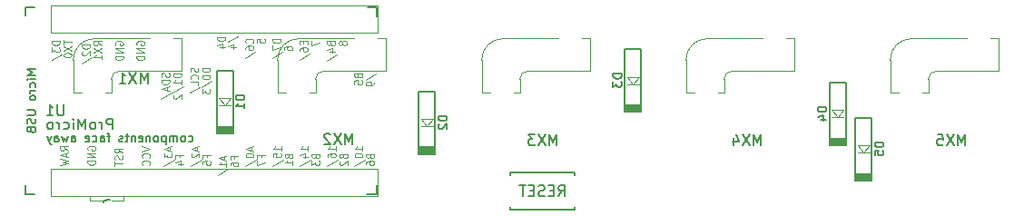
<source format=gbo>
%TF.GenerationSoftware,KiCad,Pcbnew,(5.99.0-12610-g07e01e6297)*%
%TF.CreationDate,2021-11-08T11:22:45+00:00*%
%TF.ProjectId,piccolo-mini,70696363-6f6c-46f2-9d6d-696e692e6b69,rev?*%
%TF.SameCoordinates,Original*%
%TF.FileFunction,Legend,Bot*%
%TF.FilePolarity,Positive*%
%FSLAX46Y46*%
G04 Gerber Fmt 4.6, Leading zero omitted, Abs format (unit mm)*
G04 Created by KiCad (PCBNEW (5.99.0-12610-g07e01e6297)) date 2021-11-08 11:22:45*
%MOMM*%
%LPD*%
G01*
G04 APERTURE LIST*
%ADD10C,0.150000*%
%ADD11C,0.125000*%
%ADD12C,0.153000*%
%ADD13C,0.120000*%
G04 APERTURE END LIST*
D10*
%TO.C,D1*%
X153972404Y-87757123D02*
X153172404Y-87757123D01*
X153172404Y-87947600D01*
X153210500Y-88061885D01*
X153286690Y-88138076D01*
X153362880Y-88176171D01*
X153515261Y-88214266D01*
X153629547Y-88214266D01*
X153781928Y-88176171D01*
X153858119Y-88138076D01*
X153934309Y-88061885D01*
X153972404Y-87947600D01*
X153972404Y-87757123D01*
X153972404Y-88976171D02*
X153972404Y-88519028D01*
X153972404Y-88747600D02*
X153172404Y-88747600D01*
X153286690Y-88671409D01*
X153362880Y-88595219D01*
X153400976Y-88519028D01*
%TO.C,D2*%
X172862404Y-89697123D02*
X172062404Y-89697123D01*
X172062404Y-89887600D01*
X172100500Y-90001885D01*
X172176690Y-90078076D01*
X172252880Y-90116171D01*
X172405261Y-90154266D01*
X172519547Y-90154266D01*
X172671928Y-90116171D01*
X172748119Y-90078076D01*
X172824309Y-90001885D01*
X172862404Y-89887600D01*
X172862404Y-89697123D01*
X172138595Y-90459028D02*
X172100500Y-90497123D01*
X172062404Y-90573314D01*
X172062404Y-90763790D01*
X172100500Y-90839980D01*
X172138595Y-90878076D01*
X172214785Y-90916171D01*
X172290976Y-90916171D01*
X172405261Y-90878076D01*
X172862404Y-90420933D01*
X172862404Y-90916171D01*
%TO.C,D3*%
X189162404Y-85757123D02*
X188362404Y-85757123D01*
X188362404Y-85947600D01*
X188400500Y-86061885D01*
X188476690Y-86138076D01*
X188552880Y-86176171D01*
X188705261Y-86214266D01*
X188819547Y-86214266D01*
X188971928Y-86176171D01*
X189048119Y-86138076D01*
X189124309Y-86061885D01*
X189162404Y-85947600D01*
X189162404Y-85757123D01*
X188362404Y-86480933D02*
X188362404Y-86976171D01*
X188667166Y-86709504D01*
X188667166Y-86823790D01*
X188705261Y-86899980D01*
X188743357Y-86938076D01*
X188819547Y-86976171D01*
X189010023Y-86976171D01*
X189086214Y-86938076D01*
X189124309Y-86899980D01*
X189162404Y-86823790D01*
X189162404Y-86595219D01*
X189124309Y-86519028D01*
X189086214Y-86480933D01*
%TO.C,D4*%
X208262404Y-88857123D02*
X207462404Y-88857123D01*
X207462404Y-89047600D01*
X207500500Y-89161885D01*
X207576690Y-89238076D01*
X207652880Y-89276171D01*
X207805261Y-89314266D01*
X207919547Y-89314266D01*
X208071928Y-89276171D01*
X208148119Y-89238076D01*
X208224309Y-89161885D01*
X208262404Y-89047600D01*
X208262404Y-88857123D01*
X207729071Y-89999980D02*
X208262404Y-89999980D01*
X207424309Y-89809504D02*
X207995738Y-89619028D01*
X207995738Y-90114266D01*
%TO.C,D5*%
X213562404Y-92157123D02*
X212762404Y-92157123D01*
X212762404Y-92347600D01*
X212800500Y-92461885D01*
X212876690Y-92538076D01*
X212952880Y-92576171D01*
X213105261Y-92614266D01*
X213219547Y-92614266D01*
X213371928Y-92576171D01*
X213448119Y-92538076D01*
X213524309Y-92461885D01*
X213562404Y-92347600D01*
X213562404Y-92157123D01*
X212762404Y-93338076D02*
X212762404Y-92957123D01*
X213143357Y-92919028D01*
X213105261Y-92957123D01*
X213067166Y-93033314D01*
X213067166Y-93223790D01*
X213105261Y-93299980D01*
X213143357Y-93338076D01*
X213219547Y-93376171D01*
X213410023Y-93376171D01*
X213486214Y-93338076D01*
X213524309Y-93299980D01*
X213562404Y-93223790D01*
X213562404Y-93033314D01*
X213524309Y-92957123D01*
X213486214Y-92919028D01*
%TO.C,MX1*%
X144936214Y-86625380D02*
X144936214Y-85625380D01*
X144602880Y-86339666D01*
X144269547Y-85625380D01*
X144269547Y-86625380D01*
X143888595Y-85625380D02*
X143221928Y-86625380D01*
X143221928Y-85625380D02*
X143888595Y-86625380D01*
X142317166Y-86625380D02*
X142888595Y-86625380D01*
X142602880Y-86625380D02*
X142602880Y-85625380D01*
X142698119Y-85768238D01*
X142793357Y-85863476D01*
X142888595Y-85911095D01*
%TO.C,MX2*%
X164036214Y-92325380D02*
X164036214Y-91325380D01*
X163702880Y-92039666D01*
X163369547Y-91325380D01*
X163369547Y-92325380D01*
X162988595Y-91325380D02*
X162321928Y-92325380D01*
X162321928Y-91325380D02*
X162988595Y-92325380D01*
X161988595Y-91420619D02*
X161940976Y-91373000D01*
X161845738Y-91325380D01*
X161607642Y-91325380D01*
X161512404Y-91373000D01*
X161464785Y-91420619D01*
X161417166Y-91515857D01*
X161417166Y-91611095D01*
X161464785Y-91753952D01*
X162036214Y-92325380D01*
X161417166Y-92325380D01*
%TO.C,MX4*%
X202136214Y-92425380D02*
X202136214Y-91425380D01*
X201802880Y-92139666D01*
X201469547Y-91425380D01*
X201469547Y-92425380D01*
X201088595Y-91425380D02*
X200421928Y-92425380D01*
X200421928Y-91425380D02*
X201088595Y-92425380D01*
X199612404Y-91758714D02*
X199612404Y-92425380D01*
X199850500Y-91377761D02*
X200088595Y-92092047D01*
X199469547Y-92092047D01*
%TO.C,MX5*%
X221186214Y-92425380D02*
X221186214Y-91425380D01*
X220852880Y-92139666D01*
X220519547Y-91425380D01*
X220519547Y-92425380D01*
X220138595Y-91425380D02*
X219471928Y-92425380D01*
X219471928Y-91425380D02*
X220138595Y-92425380D01*
X218614785Y-91425380D02*
X219090976Y-91425380D01*
X219138595Y-91901571D01*
X219090976Y-91853952D01*
X218995738Y-91806333D01*
X218757642Y-91806333D01*
X218662404Y-91853952D01*
X218614785Y-91901571D01*
X218567166Y-91996809D01*
X218567166Y-92234904D01*
X218614785Y-92330142D01*
X218662404Y-92377761D01*
X218757642Y-92425380D01*
X218995738Y-92425380D01*
X219090976Y-92377761D01*
X219138595Y-92330142D01*
%TO.C,MX3*%
X183086214Y-92425380D02*
X183086214Y-91425380D01*
X182752880Y-92139666D01*
X182419547Y-91425380D01*
X182419547Y-92425380D01*
X182038595Y-91425380D02*
X181371928Y-92425380D01*
X181371928Y-91425380D02*
X182038595Y-92425380D01*
X181086214Y-91425380D02*
X180467166Y-91425380D01*
X180800500Y-91806333D01*
X180657642Y-91806333D01*
X180562404Y-91853952D01*
X180514785Y-91901571D01*
X180467166Y-91996809D01*
X180467166Y-92234904D01*
X180514785Y-92330142D01*
X180562404Y-92377761D01*
X180657642Y-92425380D01*
X180943357Y-92425380D01*
X181038595Y-92377761D01*
X181086214Y-92330142D01*
%TO.C,U1*%
X137112404Y-88625380D02*
X137112404Y-89434904D01*
X137064785Y-89530142D01*
X137017166Y-89577761D01*
X136921928Y-89625380D01*
X136731452Y-89625380D01*
X136636214Y-89577761D01*
X136588595Y-89530142D01*
X136540976Y-89434904D01*
X136540976Y-88625380D01*
X135540976Y-89625380D02*
X136112404Y-89625380D01*
X135826690Y-89625380D02*
X135826690Y-88625380D01*
X135921928Y-88768238D01*
X136017166Y-88863476D01*
X136112404Y-88911095D01*
X141674309Y-90925380D02*
X141674309Y-89925380D01*
X141293357Y-89925380D01*
X141198119Y-89973000D01*
X141150500Y-90020619D01*
X141102880Y-90115857D01*
X141102880Y-90258714D01*
X141150500Y-90353952D01*
X141198119Y-90401571D01*
X141293357Y-90449190D01*
X141674309Y-90449190D01*
X140674309Y-90925380D02*
X140674309Y-90258714D01*
X140674309Y-90449190D02*
X140626690Y-90353952D01*
X140579071Y-90306333D01*
X140483833Y-90258714D01*
X140388595Y-90258714D01*
X139912404Y-90925380D02*
X140007642Y-90877761D01*
X140055261Y-90830142D01*
X140102880Y-90734904D01*
X140102880Y-90449190D01*
X140055261Y-90353952D01*
X140007642Y-90306333D01*
X139912404Y-90258714D01*
X139769547Y-90258714D01*
X139674309Y-90306333D01*
X139626690Y-90353952D01*
X139579071Y-90449190D01*
X139579071Y-90734904D01*
X139626690Y-90830142D01*
X139674309Y-90877761D01*
X139769547Y-90925380D01*
X139912404Y-90925380D01*
X139150500Y-90925380D02*
X139150500Y-89925380D01*
X138817166Y-90639666D01*
X138483833Y-89925380D01*
X138483833Y-90925380D01*
X138007642Y-90925380D02*
X138007642Y-90258714D01*
X138007642Y-89925380D02*
X138055261Y-89973000D01*
X138007642Y-90020619D01*
X137960023Y-89973000D01*
X138007642Y-89925380D01*
X138007642Y-90020619D01*
X137102880Y-90877761D02*
X137198119Y-90925380D01*
X137388595Y-90925380D01*
X137483833Y-90877761D01*
X137531452Y-90830142D01*
X137579071Y-90734904D01*
X137579071Y-90449190D01*
X137531452Y-90353952D01*
X137483833Y-90306333D01*
X137388595Y-90258714D01*
X137198119Y-90258714D01*
X137102880Y-90306333D01*
X136674309Y-90925380D02*
X136674309Y-90258714D01*
X136674309Y-90449190D02*
X136626690Y-90353952D01*
X136579071Y-90306333D01*
X136483833Y-90258714D01*
X136388595Y-90258714D01*
X135912404Y-90925380D02*
X136007642Y-90877761D01*
X136055261Y-90830142D01*
X136102880Y-90734904D01*
X136102880Y-90449190D01*
X136055261Y-90353952D01*
X136007642Y-90306333D01*
X135912404Y-90258714D01*
X135769547Y-90258714D01*
X135674309Y-90306333D01*
X135626690Y-90353952D01*
X135579071Y-90449190D01*
X135579071Y-90734904D01*
X135626690Y-90830142D01*
X135674309Y-90877761D01*
X135769547Y-90925380D01*
X135912404Y-90925380D01*
D11*
X137102285Y-82606659D02*
X137102285Y-82989516D01*
X137852285Y-82798088D02*
X137102285Y-82798088D01*
X137102285Y-83149040D02*
X137852285Y-83595707D01*
X137102285Y-83595707D02*
X137852285Y-83149040D01*
X137102285Y-83978564D02*
X137102285Y-84042373D01*
X137138000Y-84106183D01*
X137173714Y-84138088D01*
X137245142Y-84169992D01*
X137388000Y-84201897D01*
X137566571Y-84201897D01*
X137709428Y-84169992D01*
X137780857Y-84138088D01*
X137816571Y-84106183D01*
X137852285Y-84042373D01*
X137852285Y-83978564D01*
X137816571Y-83914754D01*
X137780857Y-83882850D01*
X137709428Y-83850945D01*
X137566571Y-83819040D01*
X137388000Y-83819040D01*
X137245142Y-83850945D01*
X137173714Y-83882850D01*
X137138000Y-83914754D01*
X137102285Y-83978564D01*
X155529928Y-93553326D02*
X155529928Y-93329992D01*
X155922785Y-93329992D02*
X155172785Y-93329992D01*
X155172785Y-93649040D01*
X155172785Y-93840469D02*
X155172785Y-94287135D01*
X155922785Y-93999992D01*
X149540500Y-92596183D02*
X149540500Y-92915230D01*
X149754785Y-92532373D02*
X149004785Y-92755707D01*
X149754785Y-92979040D01*
X149076214Y-93170469D02*
X149040500Y-93202373D01*
X149004785Y-93266183D01*
X149004785Y-93425707D01*
X149040500Y-93489516D01*
X149076214Y-93521421D01*
X149147642Y-93553326D01*
X149219071Y-93553326D01*
X149326214Y-93521421D01*
X149754785Y-93138564D01*
X149754785Y-93553326D01*
X148969071Y-94319040D02*
X149933357Y-93744754D01*
X152075500Y-93455083D02*
X152075500Y-93774130D01*
X152289785Y-93391273D02*
X151539785Y-93614607D01*
X152289785Y-93837940D01*
X152289785Y-94412226D02*
X152289785Y-94029369D01*
X152289785Y-94220797D02*
X151539785Y-94220797D01*
X151646928Y-94156988D01*
X151718357Y-94093178D01*
X151754071Y-94029369D01*
X151504071Y-95177940D02*
X152468357Y-94603654D01*
X152189785Y-82313773D02*
X151439785Y-82313773D01*
X151439785Y-82473297D01*
X151475500Y-82569011D01*
X151546928Y-82632821D01*
X151618357Y-82664726D01*
X151761214Y-82696630D01*
X151868357Y-82696630D01*
X152011214Y-82664726D01*
X152082642Y-82632821D01*
X152154071Y-82569011D01*
X152189785Y-82473297D01*
X152189785Y-82313773D01*
X151689785Y-83270916D02*
X152189785Y-83270916D01*
X151404071Y-83111392D02*
X151939785Y-82951869D01*
X151939785Y-83366630D01*
X141938000Y-83064726D02*
X141902285Y-83000916D01*
X141902285Y-82905202D01*
X141938000Y-82809488D01*
X142009428Y-82745678D01*
X142080857Y-82713773D01*
X142223714Y-82681869D01*
X142330857Y-82681869D01*
X142473714Y-82713773D01*
X142545142Y-82745678D01*
X142616571Y-82809488D01*
X142652285Y-82905202D01*
X142652285Y-82969011D01*
X142616571Y-83064726D01*
X142580857Y-83096630D01*
X142330857Y-83096630D01*
X142330857Y-82969011D01*
X142652285Y-83383773D02*
X141902285Y-83383773D01*
X142652285Y-83766630D01*
X141902285Y-83766630D01*
X142652285Y-84085678D02*
X141902285Y-84085678D01*
X141902285Y-84245202D01*
X141938000Y-84340916D01*
X142009428Y-84404726D01*
X142080857Y-84436630D01*
X142223714Y-84468535D01*
X142330857Y-84468535D01*
X142473714Y-84436630D01*
X142545142Y-84404726D01*
X142616571Y-84340916D01*
X142652285Y-84245202D01*
X142652285Y-84085678D01*
X160609928Y-93457611D02*
X160645642Y-93553326D01*
X160681357Y-93585230D01*
X160752785Y-93617135D01*
X160859928Y-93617135D01*
X160931357Y-93585230D01*
X160967071Y-93553326D01*
X161002785Y-93489516D01*
X161002785Y-93234278D01*
X160252785Y-93234278D01*
X160252785Y-93457611D01*
X160288500Y-93521421D01*
X160324214Y-93553326D01*
X160395642Y-93585230D01*
X160467071Y-93585230D01*
X160538500Y-93553326D01*
X160574214Y-93521421D01*
X160609928Y-93457611D01*
X160609928Y-93234278D01*
X160252785Y-93840469D02*
X160252785Y-94255230D01*
X160538500Y-94031897D01*
X160538500Y-94127611D01*
X160574214Y-94191421D01*
X160609928Y-94223326D01*
X160681357Y-94255230D01*
X160859928Y-94255230D01*
X160931357Y-94223326D01*
X160967071Y-94191421D01*
X161002785Y-94127611D01*
X161002785Y-93936183D01*
X160967071Y-93872373D01*
X160931357Y-93840469D01*
X148089785Y-85713773D02*
X147339785Y-85713773D01*
X147339785Y-85873297D01*
X147375500Y-85969011D01*
X147446928Y-86032821D01*
X147518357Y-86064726D01*
X147661214Y-86096630D01*
X147768357Y-86096630D01*
X147911214Y-86064726D01*
X147982642Y-86032821D01*
X148054071Y-85969011D01*
X148089785Y-85873297D01*
X148089785Y-85713773D01*
X148089785Y-86734726D02*
X148089785Y-86351869D01*
X148089785Y-86543297D02*
X147339785Y-86543297D01*
X147446928Y-86479488D01*
X147518357Y-86415678D01*
X147554071Y-86351869D01*
X147304071Y-87500440D02*
X148268357Y-86926154D01*
X147411214Y-87691869D02*
X147375500Y-87723773D01*
X147339785Y-87787583D01*
X147339785Y-87947107D01*
X147375500Y-88010916D01*
X147411214Y-88042821D01*
X147482642Y-88074726D01*
X147554071Y-88074726D01*
X147661214Y-88042821D01*
X148089785Y-87659964D01*
X148089785Y-88074726D01*
X154733357Y-82885230D02*
X154769071Y-82853326D01*
X154804785Y-82757611D01*
X154804785Y-82693802D01*
X154769071Y-82598088D01*
X154697642Y-82534278D01*
X154626214Y-82502373D01*
X154483357Y-82470469D01*
X154376214Y-82470469D01*
X154233357Y-82502373D01*
X154161928Y-82534278D01*
X154090500Y-82598088D01*
X154054785Y-82693802D01*
X154054785Y-82757611D01*
X154090500Y-82853326D01*
X154126214Y-82885230D01*
X154054785Y-83459516D02*
X154054785Y-83331897D01*
X154090500Y-83268088D01*
X154126214Y-83236183D01*
X154233357Y-83172373D01*
X154376214Y-83140469D01*
X154661928Y-83140469D01*
X154733357Y-83172373D01*
X154769071Y-83204278D01*
X154804785Y-83268088D01*
X154804785Y-83395707D01*
X154769071Y-83459516D01*
X154733357Y-83491421D01*
X154661928Y-83523326D01*
X154483357Y-83523326D01*
X154411928Y-83491421D01*
X154376214Y-83459516D01*
X154340500Y-83395707D01*
X154340500Y-83268088D01*
X154376214Y-83204278D01*
X154411928Y-83172373D01*
X154483357Y-83140469D01*
X154019071Y-84289040D02*
X154983357Y-83714754D01*
X164994785Y-92915230D02*
X164994785Y-92532373D01*
X164994785Y-92723802D02*
X164244785Y-92723802D01*
X164351928Y-92659992D01*
X164423357Y-92596183D01*
X164459071Y-92532373D01*
X164244785Y-93329992D02*
X164244785Y-93393802D01*
X164280500Y-93457611D01*
X164316214Y-93489516D01*
X164387642Y-93521421D01*
X164530500Y-93553326D01*
X164709071Y-93553326D01*
X164851928Y-93521421D01*
X164923357Y-93489516D01*
X164959071Y-93457611D01*
X164994785Y-93393802D01*
X164994785Y-93329992D01*
X164959071Y-93266183D01*
X164923357Y-93234278D01*
X164851928Y-93202373D01*
X164709071Y-93170469D01*
X164530500Y-93170469D01*
X164387642Y-93202373D01*
X164316214Y-93234278D01*
X164280500Y-93266183D01*
X164244785Y-93329992D01*
X164209071Y-94319040D02*
X165173357Y-93744754D01*
X152404071Y-82792345D02*
X153368357Y-82218059D01*
X152689785Y-83302821D02*
X153189785Y-83302821D01*
X152404071Y-83143297D02*
X152939785Y-82983773D01*
X152939785Y-83398535D01*
X150764785Y-85213773D02*
X150014785Y-85213773D01*
X150014785Y-85373297D01*
X150050500Y-85469011D01*
X150121928Y-85532821D01*
X150193357Y-85564726D01*
X150336214Y-85596630D01*
X150443357Y-85596630D01*
X150586214Y-85564726D01*
X150657642Y-85532821D01*
X150729071Y-85469011D01*
X150764785Y-85373297D01*
X150764785Y-85213773D01*
X150014785Y-86011392D02*
X150014785Y-86075202D01*
X150050500Y-86139011D01*
X150086214Y-86170916D01*
X150157642Y-86202821D01*
X150300500Y-86234726D01*
X150479071Y-86234726D01*
X150621928Y-86202821D01*
X150693357Y-86170916D01*
X150729071Y-86139011D01*
X150764785Y-86075202D01*
X150764785Y-86011392D01*
X150729071Y-85947583D01*
X150693357Y-85915678D01*
X150621928Y-85883773D01*
X150479071Y-85851869D01*
X150300500Y-85851869D01*
X150157642Y-85883773D01*
X150086214Y-85915678D01*
X150050500Y-85947583D01*
X150014785Y-86011392D01*
X149979071Y-87000440D02*
X150943357Y-86426154D01*
X150014785Y-87159964D02*
X150014785Y-87574726D01*
X150300500Y-87351392D01*
X150300500Y-87447107D01*
X150336214Y-87510916D01*
X150371928Y-87542821D01*
X150443357Y-87574726D01*
X150621928Y-87574726D01*
X150693357Y-87542821D01*
X150729071Y-87510916D01*
X150764785Y-87447107D01*
X150764785Y-87255678D01*
X150729071Y-87191869D01*
X150693357Y-87159964D01*
X139564785Y-83013773D02*
X138814785Y-83013773D01*
X138814785Y-83173297D01*
X138850500Y-83269011D01*
X138921928Y-83332821D01*
X138993357Y-83364726D01*
X139136214Y-83396630D01*
X139243357Y-83396630D01*
X139386214Y-83364726D01*
X139457642Y-83332821D01*
X139529071Y-83269011D01*
X139564785Y-83173297D01*
X139564785Y-83013773D01*
X138886214Y-83651869D02*
X138850500Y-83683773D01*
X138814785Y-83747583D01*
X138814785Y-83907107D01*
X138850500Y-83970916D01*
X138886214Y-84002821D01*
X138957642Y-84034726D01*
X139029071Y-84034726D01*
X139136214Y-84002821D01*
X139564785Y-83619964D01*
X139564785Y-84034726D01*
X138779071Y-84800440D02*
X139743357Y-84226154D01*
X152996928Y-93662226D02*
X152996928Y-93438892D01*
X153389785Y-93438892D02*
X152639785Y-93438892D01*
X152639785Y-93757940D01*
X152639785Y-94300321D02*
X152639785Y-94172702D01*
X152675500Y-94108892D01*
X152711214Y-94076988D01*
X152818357Y-94013178D01*
X152961214Y-93981273D01*
X153246928Y-93981273D01*
X153318357Y-94013178D01*
X153354071Y-94045083D01*
X153389785Y-94108892D01*
X153389785Y-94236511D01*
X153354071Y-94300321D01*
X153318357Y-94332226D01*
X153246928Y-94364130D01*
X153068357Y-94364130D01*
X152996928Y-94332226D01*
X152961214Y-94300321D01*
X152925500Y-94236511D01*
X152925500Y-94108892D01*
X152961214Y-94045083D01*
X152996928Y-94013178D01*
X153068357Y-93981273D01*
X136752285Y-82702373D02*
X136002285Y-82702373D01*
X136002285Y-82861897D01*
X136038000Y-82957611D01*
X136109428Y-83021421D01*
X136180857Y-83053326D01*
X136323714Y-83085230D01*
X136430857Y-83085230D01*
X136573714Y-83053326D01*
X136645142Y-83021421D01*
X136716571Y-82957611D01*
X136752285Y-82861897D01*
X136752285Y-82702373D01*
X136002285Y-83308564D02*
X136002285Y-83723326D01*
X136288000Y-83499992D01*
X136288000Y-83595707D01*
X136323714Y-83659516D01*
X136359428Y-83691421D01*
X136430857Y-83723326D01*
X136609428Y-83723326D01*
X136680857Y-83691421D01*
X136716571Y-83659516D01*
X136752285Y-83595707D01*
X136752285Y-83404278D01*
X136716571Y-83340469D01*
X136680857Y-83308564D01*
X135966571Y-84489040D02*
X136930857Y-83914754D01*
X142616785Y-93106659D02*
X142259642Y-92883326D01*
X142616785Y-92723802D02*
X141866785Y-92723802D01*
X141866785Y-92979040D01*
X141902500Y-93042850D01*
X141938214Y-93074754D01*
X142009642Y-93106659D01*
X142116785Y-93106659D01*
X142188214Y-93074754D01*
X142223928Y-93042850D01*
X142259642Y-92979040D01*
X142259642Y-92723802D01*
X142581071Y-93361897D02*
X142616785Y-93457611D01*
X142616785Y-93617135D01*
X142581071Y-93680945D01*
X142545357Y-93712850D01*
X142473928Y-93744754D01*
X142402500Y-93744754D01*
X142331071Y-93712850D01*
X142295357Y-93680945D01*
X142259642Y-93617135D01*
X142223928Y-93489516D01*
X142188214Y-93425707D01*
X142152500Y-93393802D01*
X142081071Y-93361897D01*
X142009642Y-93361897D01*
X141938214Y-93393802D01*
X141902500Y-93425707D01*
X141866785Y-93489516D01*
X141866785Y-93649040D01*
X141902500Y-93744754D01*
X141866785Y-93936183D02*
X141866785Y-94319040D01*
X142616785Y-94127611D02*
X141866785Y-94127611D01*
X159496928Y-82713773D02*
X159496928Y-82937107D01*
X159889785Y-83032821D02*
X159889785Y-82713773D01*
X159139785Y-82713773D01*
X159139785Y-83032821D01*
X159139785Y-83607107D02*
X159139785Y-83479488D01*
X159175500Y-83415678D01*
X159211214Y-83383773D01*
X159318357Y-83319964D01*
X159461214Y-83288059D01*
X159746928Y-83288059D01*
X159818357Y-83319964D01*
X159854071Y-83351869D01*
X159889785Y-83415678D01*
X159889785Y-83543297D01*
X159854071Y-83607107D01*
X159818357Y-83639011D01*
X159746928Y-83670916D01*
X159568357Y-83670916D01*
X159496928Y-83639011D01*
X159461214Y-83607107D01*
X159425500Y-83543297D01*
X159425500Y-83415678D01*
X159461214Y-83351869D01*
X159496928Y-83319964D01*
X159568357Y-83288059D01*
X159104071Y-84436630D02*
X160068357Y-83862345D01*
X139362500Y-92851421D02*
X139326785Y-92787611D01*
X139326785Y-92691897D01*
X139362500Y-92596183D01*
X139433928Y-92532373D01*
X139505357Y-92500469D01*
X139648214Y-92468564D01*
X139755357Y-92468564D01*
X139898214Y-92500469D01*
X139969642Y-92532373D01*
X140041071Y-92596183D01*
X140076785Y-92691897D01*
X140076785Y-92755707D01*
X140041071Y-92851421D01*
X140005357Y-92883326D01*
X139755357Y-92883326D01*
X139755357Y-92755707D01*
X140076785Y-93170469D02*
X139326785Y-93170469D01*
X140076785Y-93553326D01*
X139326785Y-93553326D01*
X140076785Y-93872373D02*
X139326785Y-93872373D01*
X139326785Y-94031897D01*
X139362500Y-94127611D01*
X139433928Y-94191421D01*
X139505357Y-94223326D01*
X139648214Y-94255230D01*
X139755357Y-94255230D01*
X139898214Y-94223326D01*
X139969642Y-94191421D01*
X140041071Y-94127611D01*
X140076785Y-94031897D01*
X140076785Y-93872373D01*
X149629071Y-85181869D02*
X149664785Y-85277583D01*
X149664785Y-85437107D01*
X149629071Y-85500916D01*
X149593357Y-85532821D01*
X149521928Y-85564726D01*
X149450500Y-85564726D01*
X149379071Y-85532821D01*
X149343357Y-85500916D01*
X149307642Y-85437107D01*
X149271928Y-85309488D01*
X149236214Y-85245678D01*
X149200500Y-85213773D01*
X149129071Y-85181869D01*
X149057642Y-85181869D01*
X148986214Y-85213773D01*
X148950500Y-85245678D01*
X148914785Y-85309488D01*
X148914785Y-85469011D01*
X148950500Y-85564726D01*
X149593357Y-86234726D02*
X149629071Y-86202821D01*
X149664785Y-86107107D01*
X149664785Y-86043297D01*
X149629071Y-85947583D01*
X149557642Y-85883773D01*
X149486214Y-85851869D01*
X149343357Y-85819964D01*
X149236214Y-85819964D01*
X149093357Y-85851869D01*
X149021928Y-85883773D01*
X148950500Y-85947583D01*
X148914785Y-86043297D01*
X148914785Y-86107107D01*
X148950500Y-86202821D01*
X148986214Y-86234726D01*
X149664785Y-86840916D02*
X149664785Y-86521869D01*
X148914785Y-86521869D01*
X148879071Y-87542821D02*
X149843357Y-86968535D01*
X150449928Y-93553326D02*
X150449928Y-93329992D01*
X150842785Y-93329992D02*
X150092785Y-93329992D01*
X150092785Y-93649040D01*
X150092785Y-94223326D02*
X150092785Y-93904278D01*
X150449928Y-93872373D01*
X150414214Y-93904278D01*
X150378500Y-93968088D01*
X150378500Y-94127611D01*
X150414214Y-94191421D01*
X150449928Y-94223326D01*
X150521357Y-94255230D01*
X150699928Y-94255230D01*
X150771357Y-94223326D01*
X150807071Y-94191421D01*
X150842785Y-94127611D01*
X150842785Y-93968088D01*
X150807071Y-93904278D01*
X150771357Y-93872373D01*
X157382785Y-92915230D02*
X157382785Y-92532373D01*
X157382785Y-92723802D02*
X156632785Y-92723802D01*
X156739928Y-92659992D01*
X156811357Y-92596183D01*
X156847071Y-92532373D01*
X156632785Y-93521421D02*
X156632785Y-93202373D01*
X156989928Y-93170469D01*
X156954214Y-93202373D01*
X156918500Y-93266183D01*
X156918500Y-93425707D01*
X156954214Y-93489516D01*
X156989928Y-93521421D01*
X157061357Y-93553326D01*
X157239928Y-93553326D01*
X157311357Y-93521421D01*
X157347071Y-93489516D01*
X157382785Y-93425707D01*
X157382785Y-93266183D01*
X157347071Y-93202373D01*
X157311357Y-93170469D01*
X156597071Y-94319040D02*
X157561357Y-93744754D01*
X157344785Y-82502373D02*
X156594785Y-82502373D01*
X156594785Y-82661897D01*
X156630500Y-82757611D01*
X156701928Y-82821421D01*
X156773357Y-82853326D01*
X156916214Y-82885230D01*
X157023357Y-82885230D01*
X157166214Y-82853326D01*
X157237642Y-82821421D01*
X157309071Y-82757611D01*
X157344785Y-82661897D01*
X157344785Y-82502373D01*
X156594785Y-83108564D02*
X156594785Y-83555230D01*
X157344785Y-83268088D01*
X156559071Y-84289040D02*
X157523357Y-83714754D01*
X140652785Y-83096630D02*
X140295642Y-82873297D01*
X140652785Y-82713773D02*
X139902785Y-82713773D01*
X139902785Y-82969011D01*
X139938500Y-83032821D01*
X139974214Y-83064726D01*
X140045642Y-83096630D01*
X140152785Y-83096630D01*
X140224214Y-83064726D01*
X140259928Y-83032821D01*
X140295642Y-82969011D01*
X140295642Y-82713773D01*
X139902785Y-83319964D02*
X140652785Y-83766630D01*
X139902785Y-83766630D02*
X140652785Y-83319964D01*
X140652785Y-84372821D02*
X140652785Y-83989964D01*
X140652785Y-84181392D02*
X139902785Y-84181392D01*
X140009928Y-84117583D01*
X140081357Y-84053773D01*
X140117071Y-83989964D01*
X147909928Y-93553326D02*
X147909928Y-93329992D01*
X148302785Y-93329992D02*
X147552785Y-93329992D01*
X147552785Y-93649040D01*
X147802785Y-94191421D02*
X148302785Y-94191421D01*
X147517071Y-94031897D02*
X148052785Y-93872373D01*
X148052785Y-94287135D01*
X155142785Y-82832821D02*
X155142785Y-82513773D01*
X155499928Y-82481869D01*
X155464214Y-82513773D01*
X155428500Y-82577583D01*
X155428500Y-82737107D01*
X155464214Y-82800916D01*
X155499928Y-82832821D01*
X155571357Y-82864726D01*
X155749928Y-82864726D01*
X155821357Y-82832821D01*
X155857071Y-82800916D01*
X155892785Y-82737107D01*
X155892785Y-82577583D01*
X155857071Y-82513773D01*
X155821357Y-82481869D01*
X143938000Y-83053326D02*
X143902285Y-82989516D01*
X143902285Y-82893802D01*
X143938000Y-82798088D01*
X144009428Y-82734278D01*
X144080857Y-82702373D01*
X144223714Y-82670469D01*
X144330857Y-82670469D01*
X144473714Y-82702373D01*
X144545142Y-82734278D01*
X144616571Y-82798088D01*
X144652285Y-82893802D01*
X144652285Y-82957611D01*
X144616571Y-83053326D01*
X144580857Y-83085230D01*
X144330857Y-83085230D01*
X144330857Y-82957611D01*
X144652285Y-83372373D02*
X143902285Y-83372373D01*
X144652285Y-83755230D01*
X143902285Y-83755230D01*
X144652285Y-84074278D02*
X143902285Y-84074278D01*
X143902285Y-84233802D01*
X143938000Y-84329516D01*
X144009428Y-84393326D01*
X144080857Y-84425230D01*
X144223714Y-84457135D01*
X144330857Y-84457135D01*
X144473714Y-84425230D01*
X144545142Y-84393326D01*
X144616571Y-84329516D01*
X144652285Y-84233802D01*
X144652285Y-84074278D01*
X165266571Y-86292345D02*
X166230857Y-85718059D01*
X166052285Y-86547583D02*
X166052285Y-86675202D01*
X166016571Y-86739011D01*
X165980857Y-86770916D01*
X165873714Y-86834726D01*
X165730857Y-86866630D01*
X165445142Y-86866630D01*
X165373714Y-86834726D01*
X165338000Y-86802821D01*
X165302285Y-86739011D01*
X165302285Y-86611392D01*
X165338000Y-86547583D01*
X165373714Y-86515678D01*
X165445142Y-86483773D01*
X165623714Y-86483773D01*
X165695142Y-86515678D01*
X165730857Y-86547583D01*
X165766571Y-86611392D01*
X165766571Y-86739011D01*
X165730857Y-86802821D01*
X165695142Y-86834726D01*
X165623714Y-86866630D01*
X157682785Y-83500916D02*
X157682785Y-83373297D01*
X157718500Y-83309488D01*
X157754214Y-83277583D01*
X157861357Y-83213773D01*
X158004214Y-83181869D01*
X158289928Y-83181869D01*
X158361357Y-83213773D01*
X158397071Y-83245678D01*
X158432785Y-83309488D01*
X158432785Y-83437107D01*
X158397071Y-83500916D01*
X158361357Y-83532821D01*
X158289928Y-83564726D01*
X158111357Y-83564726D01*
X158039928Y-83532821D01*
X158004214Y-83500916D01*
X157968500Y-83437107D01*
X157968500Y-83309488D01*
X158004214Y-83245678D01*
X158039928Y-83213773D01*
X158111357Y-83181869D01*
X160227785Y-82649964D02*
X160227785Y-83096630D01*
X160977785Y-82809488D01*
X144406785Y-92532373D02*
X145156785Y-92755707D01*
X144406785Y-92979040D01*
X145085357Y-93585230D02*
X145121071Y-93553326D01*
X145156785Y-93457611D01*
X145156785Y-93393802D01*
X145121071Y-93298088D01*
X145049642Y-93234278D01*
X144978214Y-93202373D01*
X144835357Y-93170469D01*
X144728214Y-93170469D01*
X144585357Y-93202373D01*
X144513928Y-93234278D01*
X144442500Y-93298088D01*
X144406785Y-93393802D01*
X144406785Y-93457611D01*
X144442500Y-93553326D01*
X144478214Y-93585230D01*
X145085357Y-94255230D02*
X145121071Y-94223326D01*
X145156785Y-94127611D01*
X145156785Y-94063802D01*
X145121071Y-93968088D01*
X145049642Y-93904278D01*
X144978214Y-93872373D01*
X144835357Y-93840469D01*
X144728214Y-93840469D01*
X144585357Y-93872373D01*
X144513928Y-93904278D01*
X144442500Y-93968088D01*
X144406785Y-94063802D01*
X144406785Y-94127611D01*
X144442500Y-94223326D01*
X144478214Y-94255230D01*
X159914785Y-92915230D02*
X159914785Y-92532373D01*
X159914785Y-92723802D02*
X159164785Y-92723802D01*
X159271928Y-92659992D01*
X159343357Y-92596183D01*
X159379071Y-92532373D01*
X159414785Y-93489516D02*
X159914785Y-93489516D01*
X159129071Y-93329992D02*
X159664785Y-93170469D01*
X159664785Y-93585230D01*
X159129071Y-94319040D02*
X160093357Y-93744754D01*
X163177928Y-93457611D02*
X163213642Y-93553326D01*
X163249357Y-93585230D01*
X163320785Y-93617135D01*
X163427928Y-93617135D01*
X163499357Y-93585230D01*
X163535071Y-93553326D01*
X163570785Y-93489516D01*
X163570785Y-93234278D01*
X162820785Y-93234278D01*
X162820785Y-93457611D01*
X162856500Y-93521421D01*
X162892214Y-93553326D01*
X162963642Y-93585230D01*
X163035071Y-93585230D01*
X163106500Y-93553326D01*
X163142214Y-93521421D01*
X163177928Y-93457611D01*
X163177928Y-93234278D01*
X162892214Y-93872373D02*
X162856500Y-93904278D01*
X162820785Y-93968088D01*
X162820785Y-94127611D01*
X162856500Y-94191421D01*
X162892214Y-94223326D01*
X162963642Y-94255230D01*
X163035071Y-94255230D01*
X163142214Y-94223326D01*
X163570785Y-93840469D01*
X163570785Y-94255230D01*
X164571928Y-85937107D02*
X164607642Y-86032821D01*
X164643357Y-86064726D01*
X164714785Y-86096630D01*
X164821928Y-86096630D01*
X164893357Y-86064726D01*
X164929071Y-86032821D01*
X164964785Y-85969011D01*
X164964785Y-85713773D01*
X164214785Y-85713773D01*
X164214785Y-85937107D01*
X164250500Y-86000916D01*
X164286214Y-86032821D01*
X164357642Y-86064726D01*
X164429071Y-86064726D01*
X164500500Y-86032821D01*
X164536214Y-86000916D01*
X164571928Y-85937107D01*
X164571928Y-85713773D01*
X164214785Y-86702821D02*
X164214785Y-86383773D01*
X164571928Y-86351869D01*
X164536214Y-86383773D01*
X164500500Y-86447583D01*
X164500500Y-86607107D01*
X164536214Y-86670916D01*
X164571928Y-86702821D01*
X164643357Y-86734726D01*
X164821928Y-86734726D01*
X164893357Y-86702821D01*
X164929071Y-86670916D01*
X164964785Y-86607107D01*
X164964785Y-86447583D01*
X164929071Y-86383773D01*
X164893357Y-86351869D01*
X165689928Y-93457611D02*
X165725642Y-93553326D01*
X165761357Y-93585230D01*
X165832785Y-93617135D01*
X165939928Y-93617135D01*
X166011357Y-93585230D01*
X166047071Y-93553326D01*
X166082785Y-93489516D01*
X166082785Y-93234278D01*
X165332785Y-93234278D01*
X165332785Y-93457611D01*
X165368500Y-93521421D01*
X165404214Y-93553326D01*
X165475642Y-93585230D01*
X165547071Y-93585230D01*
X165618500Y-93553326D01*
X165654214Y-93521421D01*
X165689928Y-93457611D01*
X165689928Y-93234278D01*
X165332785Y-94191421D02*
X165332785Y-94063802D01*
X165368500Y-93999992D01*
X165404214Y-93968088D01*
X165511357Y-93904278D01*
X165654214Y-93872373D01*
X165939928Y-93872373D01*
X166011357Y-93904278D01*
X166047071Y-93936183D01*
X166082785Y-93999992D01*
X166082785Y-94127611D01*
X166047071Y-94191421D01*
X166011357Y-94223326D01*
X165939928Y-94255230D01*
X165761357Y-94255230D01*
X165689928Y-94223326D01*
X165654214Y-94191421D01*
X165618500Y-94127611D01*
X165618500Y-93999992D01*
X165654214Y-93936183D01*
X165689928Y-93904278D01*
X165761357Y-93872373D01*
D12*
X148761452Y-92036809D02*
X148837642Y-92074904D01*
X148990023Y-92074904D01*
X149066214Y-92036809D01*
X149104309Y-91998714D01*
X149142404Y-91922523D01*
X149142404Y-91693952D01*
X149104309Y-91617761D01*
X149066214Y-91579666D01*
X148990023Y-91541571D01*
X148837642Y-91541571D01*
X148761452Y-91579666D01*
X148304309Y-92074904D02*
X148380500Y-92036809D01*
X148418595Y-91998714D01*
X148456690Y-91922523D01*
X148456690Y-91693952D01*
X148418595Y-91617761D01*
X148380500Y-91579666D01*
X148304309Y-91541571D01*
X148190023Y-91541571D01*
X148113833Y-91579666D01*
X148075738Y-91617761D01*
X148037642Y-91693952D01*
X148037642Y-91922523D01*
X148075738Y-91998714D01*
X148113833Y-92036809D01*
X148190023Y-92074904D01*
X148304309Y-92074904D01*
X147694785Y-92074904D02*
X147694785Y-91541571D01*
X147694785Y-91617761D02*
X147656690Y-91579666D01*
X147580500Y-91541571D01*
X147466214Y-91541571D01*
X147390023Y-91579666D01*
X147351928Y-91655857D01*
X147351928Y-92074904D01*
X147351928Y-91655857D02*
X147313833Y-91579666D01*
X147237642Y-91541571D01*
X147123357Y-91541571D01*
X147047166Y-91579666D01*
X147009071Y-91655857D01*
X147009071Y-92074904D01*
X146628119Y-91541571D02*
X146628119Y-92341571D01*
X146628119Y-91579666D02*
X146551928Y-91541571D01*
X146399547Y-91541571D01*
X146323357Y-91579666D01*
X146285261Y-91617761D01*
X146247166Y-91693952D01*
X146247166Y-91922523D01*
X146285261Y-91998714D01*
X146323357Y-92036809D01*
X146399547Y-92074904D01*
X146551928Y-92074904D01*
X146628119Y-92036809D01*
X145790023Y-92074904D02*
X145866214Y-92036809D01*
X145904309Y-91998714D01*
X145942404Y-91922523D01*
X145942404Y-91693952D01*
X145904309Y-91617761D01*
X145866214Y-91579666D01*
X145790023Y-91541571D01*
X145675738Y-91541571D01*
X145599547Y-91579666D01*
X145561452Y-91617761D01*
X145523357Y-91693952D01*
X145523357Y-91922523D01*
X145561452Y-91998714D01*
X145599547Y-92036809D01*
X145675738Y-92074904D01*
X145790023Y-92074904D01*
X145180500Y-91541571D02*
X145180500Y-92074904D01*
X145180500Y-91617761D02*
X145142404Y-91579666D01*
X145066214Y-91541571D01*
X144951928Y-91541571D01*
X144875738Y-91579666D01*
X144837642Y-91655857D01*
X144837642Y-92074904D01*
X144151928Y-92036809D02*
X144228119Y-92074904D01*
X144380500Y-92074904D01*
X144456690Y-92036809D01*
X144494785Y-91960619D01*
X144494785Y-91655857D01*
X144456690Y-91579666D01*
X144380500Y-91541571D01*
X144228119Y-91541571D01*
X144151928Y-91579666D01*
X144113833Y-91655857D01*
X144113833Y-91732047D01*
X144494785Y-91808238D01*
X143770976Y-91541571D02*
X143770976Y-92074904D01*
X143770976Y-91617761D02*
X143732880Y-91579666D01*
X143656690Y-91541571D01*
X143542404Y-91541571D01*
X143466214Y-91579666D01*
X143428119Y-91655857D01*
X143428119Y-92074904D01*
X143161452Y-91541571D02*
X142856690Y-91541571D01*
X143047166Y-91274904D02*
X143047166Y-91960619D01*
X143009071Y-92036809D01*
X142932880Y-92074904D01*
X142856690Y-92074904D01*
X142628119Y-92036809D02*
X142551928Y-92074904D01*
X142399547Y-92074904D01*
X142323357Y-92036809D01*
X142285261Y-91960619D01*
X142285261Y-91922523D01*
X142323357Y-91846333D01*
X142399547Y-91808238D01*
X142513833Y-91808238D01*
X142590023Y-91770142D01*
X142628119Y-91693952D01*
X142628119Y-91655857D01*
X142590023Y-91579666D01*
X142513833Y-91541571D01*
X142399547Y-91541571D01*
X142323357Y-91579666D01*
X141447166Y-91541571D02*
X141142404Y-91541571D01*
X141332880Y-92074904D02*
X141332880Y-91389190D01*
X141294785Y-91313000D01*
X141218595Y-91274904D01*
X141142404Y-91274904D01*
X140532880Y-92074904D02*
X140532880Y-91655857D01*
X140570976Y-91579666D01*
X140647166Y-91541571D01*
X140799547Y-91541571D01*
X140875738Y-91579666D01*
X140532880Y-92036809D02*
X140609071Y-92074904D01*
X140799547Y-92074904D01*
X140875738Y-92036809D01*
X140913833Y-91960619D01*
X140913833Y-91884428D01*
X140875738Y-91808238D01*
X140799547Y-91770142D01*
X140609071Y-91770142D01*
X140532880Y-91732047D01*
X139809071Y-92036809D02*
X139885261Y-92074904D01*
X140037642Y-92074904D01*
X140113833Y-92036809D01*
X140151928Y-91998714D01*
X140190023Y-91922523D01*
X140190023Y-91693952D01*
X140151928Y-91617761D01*
X140113833Y-91579666D01*
X140037642Y-91541571D01*
X139885261Y-91541571D01*
X139809071Y-91579666D01*
X139161452Y-92036809D02*
X139237642Y-92074904D01*
X139390023Y-92074904D01*
X139466214Y-92036809D01*
X139504309Y-91960619D01*
X139504309Y-91655857D01*
X139466214Y-91579666D01*
X139390023Y-91541571D01*
X139237642Y-91541571D01*
X139161452Y-91579666D01*
X139123357Y-91655857D01*
X139123357Y-91732047D01*
X139504309Y-91808238D01*
X137828119Y-92074904D02*
X137828119Y-91655857D01*
X137866214Y-91579666D01*
X137942404Y-91541571D01*
X138094785Y-91541571D01*
X138170976Y-91579666D01*
X137828119Y-92036809D02*
X137904309Y-92074904D01*
X138094785Y-92074904D01*
X138170976Y-92036809D01*
X138209071Y-91960619D01*
X138209071Y-91884428D01*
X138170976Y-91808238D01*
X138094785Y-91770142D01*
X137904309Y-91770142D01*
X137828119Y-91732047D01*
X137523357Y-91541571D02*
X137370976Y-92074904D01*
X137218595Y-91693952D01*
X137066214Y-92074904D01*
X136913833Y-91541571D01*
X136266214Y-92074904D02*
X136266214Y-91655857D01*
X136304309Y-91579666D01*
X136380500Y-91541571D01*
X136532880Y-91541571D01*
X136609071Y-91579666D01*
X136266214Y-92036809D02*
X136342404Y-92074904D01*
X136532880Y-92074904D01*
X136609071Y-92036809D01*
X136647166Y-91960619D01*
X136647166Y-91884428D01*
X136609071Y-91808238D01*
X136532880Y-91770142D01*
X136342404Y-91770142D01*
X136266214Y-91732047D01*
X135961452Y-91541571D02*
X135770976Y-92074904D01*
X135580500Y-91541571D02*
X135770976Y-92074904D01*
X135847166Y-92265380D01*
X135885261Y-92303476D01*
X135961452Y-92341571D01*
D11*
X146936071Y-85681869D02*
X146971785Y-85777583D01*
X146971785Y-85937107D01*
X146936071Y-86000916D01*
X146900357Y-86032821D01*
X146828928Y-86064726D01*
X146757500Y-86064726D01*
X146686071Y-86032821D01*
X146650357Y-86000916D01*
X146614642Y-85937107D01*
X146578928Y-85809488D01*
X146543214Y-85745678D01*
X146507500Y-85713773D01*
X146436071Y-85681869D01*
X146364642Y-85681869D01*
X146293214Y-85713773D01*
X146257500Y-85745678D01*
X146221785Y-85809488D01*
X146221785Y-85969011D01*
X146257500Y-86064726D01*
X146971785Y-86351869D02*
X146221785Y-86351869D01*
X146221785Y-86511392D01*
X146257500Y-86607107D01*
X146328928Y-86670916D01*
X146400357Y-86702821D01*
X146543214Y-86734726D01*
X146650357Y-86734726D01*
X146793214Y-86702821D01*
X146864642Y-86670916D01*
X146936071Y-86607107D01*
X146971785Y-86511392D01*
X146971785Y-86351869D01*
X146757500Y-86989964D02*
X146757500Y-87309011D01*
X146971785Y-86926154D02*
X146221785Y-87149488D01*
X146971785Y-87372821D01*
X146186071Y-88074726D02*
X147150357Y-87500440D01*
X162482785Y-92915230D02*
X162482785Y-92532373D01*
X162482785Y-92723802D02*
X161732785Y-92723802D01*
X161839928Y-92659992D01*
X161911357Y-92596183D01*
X161947071Y-92532373D01*
X161732785Y-93489516D02*
X161732785Y-93361897D01*
X161768500Y-93298088D01*
X161804214Y-93266183D01*
X161911357Y-93202373D01*
X162054214Y-93170469D01*
X162339928Y-93170469D01*
X162411357Y-93202373D01*
X162447071Y-93234278D01*
X162482785Y-93298088D01*
X162482785Y-93425707D01*
X162447071Y-93489516D01*
X162411357Y-93521421D01*
X162339928Y-93553326D01*
X162161357Y-93553326D01*
X162089928Y-93521421D01*
X162054214Y-93489516D01*
X162018500Y-93425707D01*
X162018500Y-93298088D01*
X162054214Y-93234278D01*
X162089928Y-93202373D01*
X162161357Y-93170469D01*
X161697071Y-94319040D02*
X162661357Y-93744754D01*
D10*
X141387404Y-97472619D02*
X140854071Y-97539285D01*
X141006452Y-97520238D02*
X140930261Y-97567857D01*
X140892166Y-97610714D01*
X140854071Y-97691666D01*
X140854071Y-97767857D01*
D11*
X163089214Y-82809488D02*
X163053500Y-82745678D01*
X163017785Y-82713773D01*
X162946357Y-82681869D01*
X162910642Y-82681869D01*
X162839214Y-82713773D01*
X162803500Y-82745678D01*
X162767785Y-82809488D01*
X162767785Y-82937107D01*
X162803500Y-83000916D01*
X162839214Y-83032821D01*
X162910642Y-83064726D01*
X162946357Y-83064726D01*
X163017785Y-83032821D01*
X163053500Y-83000916D01*
X163089214Y-82937107D01*
X163089214Y-82809488D01*
X163124928Y-82745678D01*
X163160642Y-82713773D01*
X163232071Y-82681869D01*
X163374928Y-82681869D01*
X163446357Y-82713773D01*
X163482071Y-82745678D01*
X163517785Y-82809488D01*
X163517785Y-82937107D01*
X163482071Y-83000916D01*
X163446357Y-83032821D01*
X163374928Y-83064726D01*
X163232071Y-83064726D01*
X163160642Y-83032821D01*
X163124928Y-83000916D01*
X163089214Y-82937107D01*
X158077928Y-93457611D02*
X158113642Y-93553326D01*
X158149357Y-93585230D01*
X158220785Y-93617135D01*
X158327928Y-93617135D01*
X158399357Y-93585230D01*
X158435071Y-93553326D01*
X158470785Y-93489516D01*
X158470785Y-93234278D01*
X157720785Y-93234278D01*
X157720785Y-93457611D01*
X157756500Y-93521421D01*
X157792214Y-93553326D01*
X157863642Y-93585230D01*
X157935071Y-93585230D01*
X158006500Y-93553326D01*
X158042214Y-93521421D01*
X158077928Y-93457611D01*
X158077928Y-93234278D01*
X158470785Y-94255230D02*
X158470785Y-93872373D01*
X158470785Y-94063802D02*
X157720785Y-94063802D01*
X157827928Y-93999992D01*
X157899357Y-93936183D01*
X157935071Y-93872373D01*
X154620500Y-92596183D02*
X154620500Y-92915230D01*
X154834785Y-92532373D02*
X154084785Y-92755707D01*
X154834785Y-92979040D01*
X154084785Y-93329992D02*
X154084785Y-93393802D01*
X154120500Y-93457611D01*
X154156214Y-93489516D01*
X154227642Y-93521421D01*
X154370500Y-93553326D01*
X154549071Y-93553326D01*
X154691928Y-93521421D01*
X154763357Y-93489516D01*
X154799071Y-93457611D01*
X154834785Y-93393802D01*
X154834785Y-93329992D01*
X154799071Y-93266183D01*
X154763357Y-93234278D01*
X154691928Y-93202373D01*
X154549071Y-93170469D01*
X154370500Y-93170469D01*
X154227642Y-93202373D01*
X154156214Y-93234278D01*
X154120500Y-93266183D01*
X154084785Y-93329992D01*
X154049071Y-94319040D02*
X155013357Y-93744754D01*
X162036928Y-82937107D02*
X162072642Y-83032821D01*
X162108357Y-83064726D01*
X162179785Y-83096630D01*
X162286928Y-83096630D01*
X162358357Y-83064726D01*
X162394071Y-83032821D01*
X162429785Y-82969011D01*
X162429785Y-82713773D01*
X161679785Y-82713773D01*
X161679785Y-82937107D01*
X161715500Y-83000916D01*
X161751214Y-83032821D01*
X161822642Y-83064726D01*
X161894071Y-83064726D01*
X161965500Y-83032821D01*
X162001214Y-83000916D01*
X162036928Y-82937107D01*
X162036928Y-82713773D01*
X161929785Y-83670916D02*
X162429785Y-83670916D01*
X161644071Y-83511392D02*
X162179785Y-83351869D01*
X162179785Y-83766630D01*
X161644071Y-84500440D02*
X162608357Y-83926154D01*
D10*
X134487404Y-85341214D02*
X133687404Y-85341214D01*
X134258833Y-85607880D01*
X133687404Y-85874547D01*
X134487404Y-85874547D01*
X134487404Y-86255500D02*
X133954071Y-86255500D01*
X133687404Y-86255500D02*
X133725500Y-86217404D01*
X133763595Y-86255500D01*
X133725500Y-86293595D01*
X133687404Y-86255500D01*
X133763595Y-86255500D01*
X134449309Y-86979309D02*
X134487404Y-86903119D01*
X134487404Y-86750738D01*
X134449309Y-86674547D01*
X134411214Y-86636452D01*
X134335023Y-86598357D01*
X134106452Y-86598357D01*
X134030261Y-86636452D01*
X133992166Y-86674547D01*
X133954071Y-86750738D01*
X133954071Y-86903119D01*
X133992166Y-86979309D01*
X134487404Y-87322166D02*
X133954071Y-87322166D01*
X134106452Y-87322166D02*
X134030261Y-87360261D01*
X133992166Y-87398357D01*
X133954071Y-87474547D01*
X133954071Y-87550738D01*
X134487404Y-87931690D02*
X134449309Y-87855500D01*
X134411214Y-87817404D01*
X134335023Y-87779309D01*
X134106452Y-87779309D01*
X134030261Y-87817404D01*
X133992166Y-87855500D01*
X133954071Y-87931690D01*
X133954071Y-88045976D01*
X133992166Y-88122166D01*
X134030261Y-88160261D01*
X134106452Y-88198357D01*
X134335023Y-88198357D01*
X134411214Y-88160261D01*
X134449309Y-88122166D01*
X134487404Y-88045976D01*
X134487404Y-87931690D01*
X133687404Y-89150738D02*
X134335023Y-89150738D01*
X134411214Y-89188833D01*
X134449309Y-89226928D01*
X134487404Y-89303119D01*
X134487404Y-89455500D01*
X134449309Y-89531690D01*
X134411214Y-89569785D01*
X134335023Y-89607880D01*
X133687404Y-89607880D01*
X134449309Y-89950738D02*
X134487404Y-90065023D01*
X134487404Y-90255500D01*
X134449309Y-90331690D01*
X134411214Y-90369785D01*
X134335023Y-90407880D01*
X134258833Y-90407880D01*
X134182642Y-90369785D01*
X134144547Y-90331690D01*
X134106452Y-90255500D01*
X134068357Y-90103119D01*
X134030261Y-90026928D01*
X133992166Y-89988833D01*
X133915976Y-89950738D01*
X133839785Y-89950738D01*
X133763595Y-89988833D01*
X133725500Y-90026928D01*
X133687404Y-90103119D01*
X133687404Y-90293595D01*
X133725500Y-90407880D01*
X134068357Y-91017404D02*
X134106452Y-91131690D01*
X134144547Y-91169785D01*
X134220738Y-91207880D01*
X134335023Y-91207880D01*
X134411214Y-91169785D01*
X134449309Y-91131690D01*
X134487404Y-91055500D01*
X134487404Y-90750738D01*
X133687404Y-90750738D01*
X133687404Y-91017404D01*
X133725500Y-91093595D01*
X133763595Y-91131690D01*
X133839785Y-91169785D01*
X133915976Y-91169785D01*
X133992166Y-91131690D01*
X134030261Y-91093595D01*
X134068357Y-91017404D01*
X134068357Y-90750738D01*
D11*
X137536785Y-92915230D02*
X137179642Y-92691897D01*
X137536785Y-92532373D02*
X136786785Y-92532373D01*
X136786785Y-92787611D01*
X136822500Y-92851421D01*
X136858214Y-92883326D01*
X136929642Y-92915230D01*
X137036785Y-92915230D01*
X137108214Y-92883326D01*
X137143928Y-92851421D01*
X137179642Y-92787611D01*
X137179642Y-92532373D01*
X137322500Y-93170469D02*
X137322500Y-93489516D01*
X137536785Y-93106659D02*
X136786785Y-93329992D01*
X137536785Y-93553326D01*
X136786785Y-93712850D02*
X137536785Y-93872373D01*
X137001071Y-93999992D01*
X137536785Y-94127611D01*
X136786785Y-94287135D01*
X147000500Y-92596183D02*
X147000500Y-92915230D01*
X147214785Y-92532373D02*
X146464785Y-92755707D01*
X147214785Y-92979040D01*
X146464785Y-93138564D02*
X146464785Y-93553326D01*
X146750500Y-93329992D01*
X146750500Y-93425707D01*
X146786214Y-93489516D01*
X146821928Y-93521421D01*
X146893357Y-93553326D01*
X147071928Y-93553326D01*
X147143357Y-93521421D01*
X147179071Y-93489516D01*
X147214785Y-93425707D01*
X147214785Y-93234278D01*
X147179071Y-93170469D01*
X147143357Y-93138564D01*
X146429071Y-94319040D02*
X147393357Y-93744754D01*
D10*
%TO.C,RESET1*%
X183252880Y-97162880D02*
X183586214Y-96686690D01*
X183824309Y-97162880D02*
X183824309Y-96162880D01*
X183443357Y-96162880D01*
X183348119Y-96210500D01*
X183300500Y-96258119D01*
X183252880Y-96353357D01*
X183252880Y-96496214D01*
X183300500Y-96591452D01*
X183348119Y-96639071D01*
X183443357Y-96686690D01*
X183824309Y-96686690D01*
X182824309Y-96639071D02*
X182490976Y-96639071D01*
X182348119Y-97162880D02*
X182824309Y-97162880D01*
X182824309Y-96162880D01*
X182348119Y-96162880D01*
X181967166Y-97115261D02*
X181824309Y-97162880D01*
X181586214Y-97162880D01*
X181490976Y-97115261D01*
X181443357Y-97067642D01*
X181395738Y-96972404D01*
X181395738Y-96877166D01*
X181443357Y-96781928D01*
X181490976Y-96734309D01*
X181586214Y-96686690D01*
X181776690Y-96639071D01*
X181871928Y-96591452D01*
X181919547Y-96543833D01*
X181967166Y-96448595D01*
X181967166Y-96353357D01*
X181919547Y-96258119D01*
X181871928Y-96210500D01*
X181776690Y-96162880D01*
X181538595Y-96162880D01*
X181395738Y-96210500D01*
X180967166Y-96639071D02*
X180633833Y-96639071D01*
X180490976Y-97162880D02*
X180967166Y-97162880D01*
X180967166Y-96162880D01*
X180490976Y-96162880D01*
X180205261Y-96162880D02*
X179633833Y-96162880D01*
X179919547Y-97162880D02*
X179919547Y-96162880D01*
D13*
%TO.C,D1*%
X151600500Y-88723000D02*
X152700500Y-88723000D01*
D10*
X152912500Y-90913000D02*
X152912500Y-85473000D01*
D13*
X152700500Y-88023000D02*
X152150500Y-88723000D01*
X152150500Y-88723000D02*
X151600500Y-88023000D01*
D10*
X152912500Y-85473000D02*
X151388500Y-85473000D01*
X151388500Y-85473000D02*
X151388500Y-90913000D01*
D13*
X151600500Y-88023000D02*
X152700500Y-88023000D01*
D10*
X152912500Y-90682000D02*
X151388500Y-90682000D01*
X151388500Y-90682000D02*
X151388500Y-91294000D01*
X151388500Y-91294000D02*
X152912500Y-91294000D01*
X152912500Y-91294000D02*
X152912500Y-90682000D01*
G36*
X152912500Y-90682000D02*
G01*
X151388500Y-90682000D01*
X151388500Y-91294000D01*
X152912500Y-91294000D01*
X152912500Y-90682000D01*
G37*
D13*
%TO.C,D2*%
X171550500Y-89963000D02*
X171000500Y-90663000D01*
X170450500Y-90663000D02*
X171550500Y-90663000D01*
D10*
X171762500Y-92853000D02*
X171762500Y-87413000D01*
D13*
X170450500Y-89963000D02*
X171550500Y-89963000D01*
D10*
X171762500Y-87413000D02*
X170238500Y-87413000D01*
D13*
X171000500Y-90663000D02*
X170450500Y-89963000D01*
D10*
X170238500Y-87413000D02*
X170238500Y-92853000D01*
X171762500Y-92622000D02*
X170238500Y-92622000D01*
X170238500Y-92622000D02*
X170238500Y-93234000D01*
X170238500Y-93234000D02*
X171762500Y-93234000D01*
X171762500Y-93234000D02*
X171762500Y-92622000D01*
G36*
X171762500Y-92622000D02*
G01*
X170238500Y-92622000D01*
X170238500Y-93234000D01*
X171762500Y-93234000D01*
X171762500Y-92622000D01*
G37*
%TO.C,D3*%
X190962500Y-88913000D02*
X190962500Y-83473000D01*
D13*
X190750500Y-86023000D02*
X190200500Y-86723000D01*
X189650500Y-86023000D02*
X190750500Y-86023000D01*
D10*
X190962500Y-83473000D02*
X189438500Y-83473000D01*
D13*
X190200500Y-86723000D02*
X189650500Y-86023000D01*
X189650500Y-86723000D02*
X190750500Y-86723000D01*
D10*
X189438500Y-83473000D02*
X189438500Y-88913000D01*
X190962500Y-88682000D02*
X189438500Y-88682000D01*
X189438500Y-88682000D02*
X189438500Y-89294000D01*
X189438500Y-89294000D02*
X190962500Y-89294000D01*
X190962500Y-89294000D02*
X190962500Y-88682000D01*
G36*
X190962500Y-88682000D02*
G01*
X189438500Y-88682000D01*
X189438500Y-89294000D01*
X190962500Y-89294000D01*
X190962500Y-88682000D01*
G37*
%TO.C,D4*%
X210062500Y-92013000D02*
X210062500Y-86573000D01*
D13*
X209300500Y-89823000D02*
X208750500Y-89123000D01*
X208750500Y-89123000D02*
X209850500Y-89123000D01*
X209850500Y-89123000D02*
X209300500Y-89823000D01*
X208750500Y-89823000D02*
X209850500Y-89823000D01*
D10*
X208538500Y-86573000D02*
X208538500Y-92013000D01*
X210062500Y-86573000D02*
X208538500Y-86573000D01*
X210062500Y-91782000D02*
X208538500Y-91782000D01*
X208538500Y-91782000D02*
X208538500Y-92394000D01*
X208538500Y-92394000D02*
X210062500Y-92394000D01*
X210062500Y-92394000D02*
X210062500Y-91782000D01*
G36*
X210062500Y-91782000D02*
G01*
X208538500Y-91782000D01*
X208538500Y-92394000D01*
X210062500Y-92394000D01*
X210062500Y-91782000D01*
G37*
%TO.C,D5*%
X212462500Y-89873000D02*
X210938500Y-89873000D01*
D13*
X211700500Y-93123000D02*
X211150500Y-92423000D01*
D10*
X212462500Y-95313000D02*
X212462500Y-89873000D01*
D13*
X212250500Y-92423000D02*
X211700500Y-93123000D01*
X211150500Y-93123000D02*
X212250500Y-93123000D01*
D10*
X210938500Y-89873000D02*
X210938500Y-95313000D01*
D13*
X211150500Y-92423000D02*
X212250500Y-92423000D01*
D10*
X212462500Y-95082000D02*
X210938500Y-95082000D01*
X210938500Y-95082000D02*
X210938500Y-95694000D01*
X210938500Y-95694000D02*
X212462500Y-95694000D01*
X212462500Y-95694000D02*
X212462500Y-95082000D01*
G36*
X212462500Y-95082000D02*
G01*
X210938500Y-95082000D01*
X210938500Y-95694000D01*
X212462500Y-95694000D01*
X212462500Y-95082000D01*
G37*
D13*
%TO.C,MX1*%
X148130500Y-82463000D02*
X147350500Y-82463000D01*
X148130500Y-85483000D02*
X142350500Y-85473000D01*
X141550500Y-87543000D02*
X141550500Y-86273000D01*
X138000500Y-87543000D02*
X138800500Y-87543000D01*
X141550500Y-87543000D02*
X141000500Y-87543000D01*
X140000500Y-82463000D02*
X145150500Y-82463000D01*
X138000500Y-87543000D02*
X138000500Y-84463000D01*
X148130500Y-82463000D02*
X148130500Y-85483000D01*
X138000500Y-84463000D02*
G75*
G02*
X140000500Y-82463000I2000000J0D01*
G01*
X141550500Y-86273000D02*
G75*
G02*
X142350500Y-85473000I800000J0D01*
G01*
%TO.C,MX2*%
X167180500Y-85483000D02*
X161400500Y-85473000D01*
X157050500Y-87543000D02*
X157850500Y-87543000D01*
X167180500Y-82463000D02*
X167180500Y-85483000D01*
X160600500Y-87543000D02*
X160050500Y-87543000D01*
X159050500Y-82463000D02*
X164200500Y-82463000D01*
X157050500Y-87543000D02*
X157050500Y-84463000D01*
X160600500Y-87543000D02*
X160600500Y-86273000D01*
X167180500Y-82463000D02*
X166400500Y-82463000D01*
X157050500Y-84463000D02*
G75*
G02*
X159050500Y-82463000I2000000J0D01*
G01*
X160600500Y-86273000D02*
G75*
G02*
X161400500Y-85473000I800000J0D01*
G01*
%TO.C,MX4*%
X198700500Y-87543000D02*
X198150500Y-87543000D01*
X205280500Y-82463000D02*
X205280500Y-85483000D01*
X195150500Y-87543000D02*
X195950500Y-87543000D01*
X198700500Y-87543000D02*
X198700500Y-86273000D01*
X195150500Y-87543000D02*
X195150500Y-84463000D01*
X197150500Y-82463000D02*
X202300500Y-82463000D01*
X205280500Y-85483000D02*
X199500500Y-85473000D01*
X205280500Y-82463000D02*
X204500500Y-82463000D01*
X195150500Y-84463000D02*
G75*
G02*
X197150500Y-82463000I2000000J0D01*
G01*
X198700500Y-86273000D02*
G75*
G02*
X199500500Y-85473000I800000J0D01*
G01*
%TO.C,MX5*%
X216200500Y-82463000D02*
X221350500Y-82463000D01*
X217750500Y-87543000D02*
X217200500Y-87543000D01*
X224330500Y-85483000D02*
X218550500Y-85473000D01*
X224330500Y-82463000D02*
X223550500Y-82463000D01*
X224330500Y-82463000D02*
X224330500Y-85483000D01*
X217750500Y-87543000D02*
X217750500Y-86273000D01*
X214200500Y-87543000D02*
X214200500Y-84463000D01*
X214200500Y-87543000D02*
X215000500Y-87543000D01*
X214200500Y-84463000D02*
G75*
G02*
X216200500Y-82463000I2000000J0D01*
G01*
X217750500Y-86273000D02*
G75*
G02*
X218550500Y-85473000I800000J0D01*
G01*
%TO.C,MX3*%
X186230500Y-82463000D02*
X186230500Y-85483000D01*
X186230500Y-85483000D02*
X180450500Y-85473000D01*
X179650500Y-87543000D02*
X179650500Y-86273000D01*
X179650500Y-87543000D02*
X179100500Y-87543000D01*
X176100500Y-87543000D02*
X176900500Y-87543000D01*
X186230500Y-82463000D02*
X185450500Y-82463000D01*
X176100500Y-87543000D02*
X176100500Y-84463000D01*
X178100500Y-82463000D02*
X183250500Y-82463000D01*
X176100500Y-84463000D02*
G75*
G02*
X178100500Y-82463000I2000000J0D01*
G01*
X179650500Y-86273000D02*
G75*
G02*
X180450500Y-85473000I800000J0D01*
G01*
%TO.C,U1*%
X135927500Y-94605500D02*
X135927500Y-97145500D01*
D10*
X165425500Y-79505500D02*
X166275500Y-79505500D01*
X166275500Y-97005500D02*
X166275500Y-96155500D01*
D13*
X135927500Y-81905500D02*
X166407500Y-81905500D01*
D10*
X133525500Y-79505500D02*
X133525500Y-80305500D01*
D13*
X135927500Y-79374100D02*
X166407500Y-79374100D01*
X135927500Y-79365500D02*
X135927500Y-81905500D01*
X139525500Y-97605500D02*
X140625500Y-97605500D01*
X139525500Y-97155500D02*
X139525500Y-97605500D01*
X135927500Y-94594100D02*
X166407500Y-94594100D01*
D10*
X133525500Y-97005500D02*
X134375500Y-97005500D01*
D13*
X166407500Y-79365500D02*
X166407500Y-81905500D01*
X135927500Y-97145500D02*
X166407500Y-97145500D01*
D10*
X166275500Y-79505500D02*
X166275500Y-80365500D01*
D13*
X166407500Y-94605500D02*
X166407500Y-97145500D01*
D10*
X165375500Y-97005500D02*
X166275500Y-97005500D01*
X133525500Y-97005500D02*
X133525500Y-96155500D01*
X133525500Y-79505500D02*
X134375500Y-79505500D01*
D13*
X142675500Y-97605500D02*
X142675500Y-97155500D01*
X142675500Y-97605500D02*
X141575500Y-97605500D01*
D10*
%TO.C,RESET1*%
X184800500Y-94960500D02*
X178800500Y-94960500D01*
X184800500Y-98460500D02*
X184800500Y-98210500D01*
X178800500Y-94960500D02*
X178800500Y-95210500D01*
X184800500Y-98460500D02*
X178800500Y-98460500D01*
X184800500Y-94960500D02*
X184800500Y-95210500D01*
X178800500Y-98460500D02*
X178800500Y-98210500D01*
%TD*%
M02*

</source>
